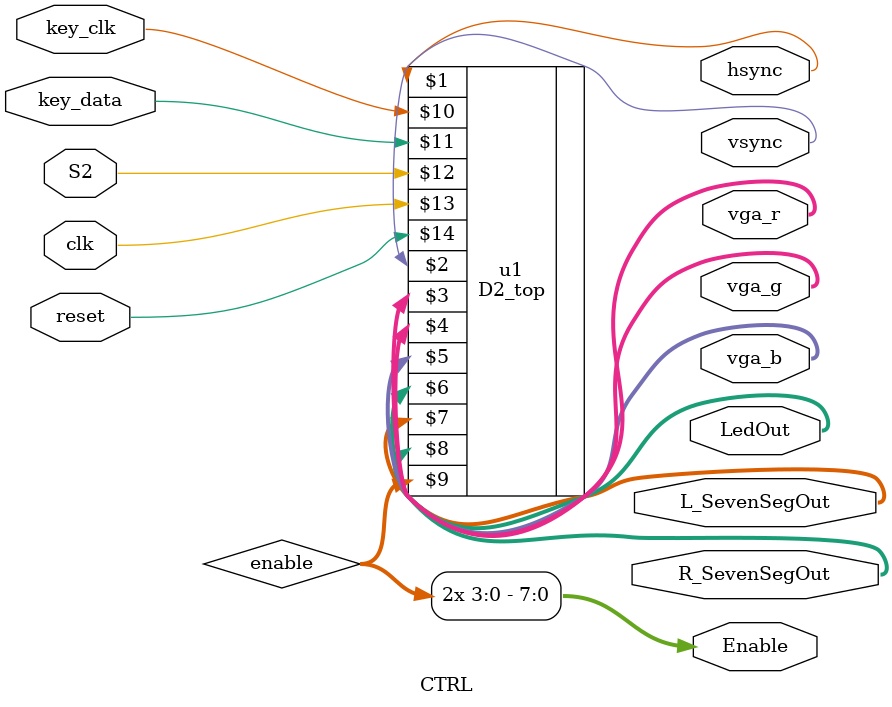
<source format=v>
module CTRL(hsync, vsync, vga_r, vga_g, vga_b, LedOut, L_SevenSegOut, R_SevenSegOut, Enable, clk, reset, key_clk, key_data, S2);
input clk, reset, key_clk, key_data, S2;
output hsync, vsync;
output [3:0]vga_r, vga_g, vga_b;
output [7:0]Enable;
output [15:0] LedOut;
output [6:0] L_SevenSegOut, R_SevenSegOut;
wire [3:0]enable;
wire up, down, left, right, Q;
assign Enable = {enable,enable};
D2_top u1(hsync, vsync, vga_r, vga_g, vga_b, LedOut, L_SevenSegOut, R_SevenSegOut, enable,key_clk, key_data, S2, clk, reset);
endmodule
</source>
